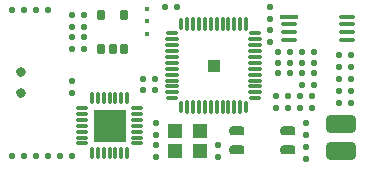
<source format=gtp>
G04*
G04 #@! TF.GenerationSoftware,Altium Limited,Altium Designer,21.6.4 (81)*
G04*
G04 Layer_Color=8421504*
%FSLAX24Y24*%
%MOIN*%
G70*
G04*
G04 #@! TF.SameCoordinates,18F95803-63CF-49D0-9880-B3B199DA49BA*
G04*
G04*
G04 #@! TF.FilePolarity,Positive*
G04*
G01*
G75*
%ADD19O,0.0450X0.0140*%
%ADD20O,0.0480X0.0140*%
G04:AMPARAMS|DCode=21|XSize=14mil|YSize=45mil|CornerRadius=0mil|HoleSize=0mil|Usage=FLASHONLY|Rotation=180.000|XOffset=0mil|YOffset=0mil|HoleType=Round|Shape=Octagon|*
%AMOCTAGOND21*
4,1,8,0.0035,-0.0225,-0.0035,-0.0225,-0.0070,-0.0190,-0.0070,0.0190,-0.0035,0.0225,0.0035,0.0225,0.0070,0.0190,0.0070,-0.0190,0.0035,-0.0225,0.0*
%
%ADD21OCTAGOND21*%

%ADD22O,0.0140X0.0480*%
%ADD23O,0.0140X0.0450*%
%ADD24R,0.0394X0.0394*%
G04:AMPARAMS|DCode=25|XSize=32mil|YSize=32mil|CornerRadius=16mil|HoleSize=0mil|Usage=FLASHONLY|Rotation=60.000|XOffset=0mil|YOffset=0mil|HoleType=Round|Shape=RoundedRectangle|*
%AMROUNDEDRECTD25*
21,1,0.0320,0.0000,0,0,60.0*
21,1,0.0000,0.0320,0,0,60.0*
1,1,0.0320,0.0000,0.0000*
1,1,0.0320,0.0000,0.0000*
1,1,0.0320,0.0000,0.0000*
1,1,0.0320,0.0000,0.0000*
%
%ADD25ROUNDEDRECTD25*%
G04:AMPARAMS|DCode=26|XSize=16mil|YSize=16mil|CornerRadius=8mil|HoleSize=0mil|Usage=FLASHONLY|Rotation=180.000|XOffset=0mil|YOffset=0mil|HoleType=Round|Shape=RoundedRectangle|*
%AMROUNDEDRECTD26*
21,1,0.0160,0.0000,0,0,180.0*
21,1,0.0000,0.0160,0,0,180.0*
1,1,0.0160,0.0000,0.0000*
1,1,0.0160,0.0000,0.0000*
1,1,0.0160,0.0000,0.0000*
1,1,0.0160,0.0000,0.0000*
%
%ADD26ROUNDEDRECTD26*%
%ADD27R,0.0512X0.0472*%
G04:AMPARAMS|DCode=28|XSize=20mil|YSize=20mil|CornerRadius=5mil|HoleSize=0mil|Usage=FLASHONLY|Rotation=180.000|XOffset=0mil|YOffset=0mil|HoleType=Round|Shape=RoundedRectangle|*
%AMROUNDEDRECTD28*
21,1,0.0200,0.0100,0,0,180.0*
21,1,0.0100,0.0200,0,0,180.0*
1,1,0.0100,-0.0050,0.0050*
1,1,0.0100,0.0050,0.0050*
1,1,0.0100,0.0050,-0.0050*
1,1,0.0100,-0.0050,-0.0050*
%
%ADD28ROUNDEDRECTD28*%
G04:AMPARAMS|DCode=29|XSize=20mil|YSize=20mil|CornerRadius=5mil|HoleSize=0mil|Usage=FLASHONLY|Rotation=270.000|XOffset=0mil|YOffset=0mil|HoleType=Round|Shape=RoundedRectangle|*
%AMROUNDEDRECTD29*
21,1,0.0200,0.0100,0,0,270.0*
21,1,0.0100,0.0200,0,0,270.0*
1,1,0.0100,-0.0050,-0.0050*
1,1,0.0100,-0.0050,0.0050*
1,1,0.0100,0.0050,0.0050*
1,1,0.0100,0.0050,-0.0050*
%
%ADD29ROUNDEDRECTD29*%
G04:AMPARAMS|DCode=30|XSize=50mil|YSize=30mil|CornerRadius=7.5mil|HoleSize=0mil|Usage=FLASHONLY|Rotation=180.000|XOffset=0mil|YOffset=0mil|HoleType=Round|Shape=RoundedRectangle|*
%AMROUNDEDRECTD30*
21,1,0.0500,0.0150,0,0,180.0*
21,1,0.0350,0.0300,0,0,180.0*
1,1,0.0150,-0.0175,0.0075*
1,1,0.0150,0.0175,0.0075*
1,1,0.0150,0.0175,-0.0075*
1,1,0.0150,-0.0175,-0.0075*
%
%ADD30ROUNDEDRECTD30*%
%ADD31O,0.0591X0.0138*%
%ADD32R,0.0591X0.0138*%
%ADD33R,0.1063X0.1102*%
G04:AMPARAMS|DCode=34|XSize=12mil|YSize=38mil|CornerRadius=3mil|HoleSize=0mil|Usage=FLASHONLY|Rotation=180.000|XOffset=0mil|YOffset=0mil|HoleType=Round|Shape=RoundedRectangle|*
%AMROUNDEDRECTD34*
21,1,0.0120,0.0320,0,0,180.0*
21,1,0.0060,0.0380,0,0,180.0*
1,1,0.0060,-0.0030,0.0160*
1,1,0.0060,0.0030,0.0160*
1,1,0.0060,0.0030,-0.0160*
1,1,0.0060,-0.0030,-0.0160*
%
%ADD34ROUNDEDRECTD34*%
G04:AMPARAMS|DCode=35|XSize=12mil|YSize=38mil|CornerRadius=3mil|HoleSize=0mil|Usage=FLASHONLY|Rotation=270.000|XOffset=0mil|YOffset=0mil|HoleType=Round|Shape=RoundedRectangle|*
%AMROUNDEDRECTD35*
21,1,0.0120,0.0320,0,0,270.0*
21,1,0.0060,0.0380,0,0,270.0*
1,1,0.0060,-0.0160,-0.0030*
1,1,0.0060,-0.0160,0.0030*
1,1,0.0060,0.0160,0.0030*
1,1,0.0060,0.0160,-0.0030*
%
%ADD35ROUNDEDRECTD35*%
G04:AMPARAMS|DCode=36|XSize=60mil|YSize=100mil|CornerRadius=15mil|HoleSize=0mil|Usage=FLASHONLY|Rotation=90.000|XOffset=0mil|YOffset=0mil|HoleType=Round|Shape=RoundedRectangle|*
%AMROUNDEDRECTD36*
21,1,0.0600,0.0700,0,0,90.0*
21,1,0.0300,0.1000,0,0,90.0*
1,1,0.0300,0.0350,0.0150*
1,1,0.0300,0.0350,-0.0150*
1,1,0.0300,-0.0350,-0.0150*
1,1,0.0300,-0.0350,0.0150*
%
%ADD36ROUNDEDRECTD36*%
G04:AMPARAMS|DCode=37|XSize=23.6mil|YSize=35mil|CornerRadius=5.9mil|HoleSize=0mil|Usage=FLASHONLY|Rotation=180.000|XOffset=0mil|YOffset=0mil|HoleType=Round|Shape=RoundedRectangle|*
%AMROUNDEDRECTD37*
21,1,0.0236,0.0232,0,0,180.0*
21,1,0.0118,0.0350,0,0,180.0*
1,1,0.0118,-0.0059,0.0116*
1,1,0.0118,0.0059,0.0116*
1,1,0.0118,0.0059,-0.0116*
1,1,0.0118,-0.0059,-0.0116*
%
%ADD37ROUNDEDRECTD37*%
D19*
X16094Y14383D02*
D03*
Y12217D02*
D03*
X18850D02*
D03*
Y14383D02*
D03*
D20*
X16094Y14186D02*
D03*
Y13989D02*
D03*
Y13792D02*
D03*
Y13595D02*
D03*
Y13398D02*
D03*
Y13202D02*
D03*
Y13005D02*
D03*
Y12808D02*
D03*
Y12611D02*
D03*
Y12414D02*
D03*
X18850D02*
D03*
Y12611D02*
D03*
Y12808D02*
D03*
Y13005D02*
D03*
Y13202D02*
D03*
Y13398D02*
D03*
Y13595D02*
D03*
Y13792D02*
D03*
Y13989D02*
D03*
Y14186D02*
D03*
D21*
X18555Y14678D02*
D03*
D22*
X18358D02*
D03*
X18161D02*
D03*
X17964D02*
D03*
X17767D02*
D03*
X17570D02*
D03*
X17374D02*
D03*
X17177D02*
D03*
X16980D02*
D03*
X16783D02*
D03*
X16586D02*
D03*
X18358Y11922D02*
D03*
X18161D02*
D03*
X17964D02*
D03*
X17767D02*
D03*
X17570D02*
D03*
X17374D02*
D03*
X17177D02*
D03*
X16980D02*
D03*
X16783D02*
D03*
X16586D02*
D03*
D23*
X16389Y14678D02*
D03*
X18555Y11922D02*
D03*
X16389D02*
D03*
D24*
X17472Y13300D02*
D03*
D25*
X11050Y12400D02*
D03*
Y13100D02*
D03*
D26*
X15250Y15200D02*
D03*
Y14800D02*
D03*
Y14350D02*
D03*
D27*
X16187Y11135D02*
D03*
X17013D02*
D03*
Y10465D02*
D03*
X16187D02*
D03*
D28*
X17600Y10650D02*
D03*
Y10250D02*
D03*
X15550D02*
D03*
Y10650D02*
D03*
X19950Y11900D02*
D03*
Y12300D02*
D03*
X19550Y11900D02*
D03*
Y12300D02*
D03*
X20550Y11000D02*
D03*
Y11400D02*
D03*
Y10200D02*
D03*
Y10600D02*
D03*
X20750Y12300D02*
D03*
Y11900D02*
D03*
X20350Y12300D02*
D03*
Y11900D02*
D03*
X15550Y11400D02*
D03*
Y11000D02*
D03*
X19350Y14850D02*
D03*
Y15250D02*
D03*
X21650Y13650D02*
D03*
Y13250D02*
D03*
X22050Y13650D02*
D03*
Y13250D02*
D03*
X19350Y14100D02*
D03*
Y14500D02*
D03*
X12750Y14600D02*
D03*
Y15000D02*
D03*
X13150Y14600D02*
D03*
Y15000D02*
D03*
Y13850D02*
D03*
Y14250D02*
D03*
X12750Y12400D02*
D03*
Y12800D02*
D03*
Y14250D02*
D03*
Y13850D02*
D03*
D29*
X19600Y13750D02*
D03*
X20000D02*
D03*
X16250Y15250D02*
D03*
X15850D02*
D03*
X20000Y13050D02*
D03*
X19600D02*
D03*
X20400Y12650D02*
D03*
X20800D02*
D03*
X20000Y13400D02*
D03*
X19600D02*
D03*
X20400D02*
D03*
X20800D02*
D03*
X20400Y13050D02*
D03*
X20800D02*
D03*
X15100Y12850D02*
D03*
X15500D02*
D03*
X15100Y12500D02*
D03*
X15500D02*
D03*
X20400Y13750D02*
D03*
X20800D02*
D03*
X21650Y12850D02*
D03*
X22050D02*
D03*
X21650Y12450D02*
D03*
X22050D02*
D03*
X12750Y10300D02*
D03*
X12350D02*
D03*
X22050Y12050D02*
D03*
X21650D02*
D03*
X10750Y10300D02*
D03*
X11150D02*
D03*
X11550D02*
D03*
X11950D02*
D03*
X10750Y15150D02*
D03*
X11150D02*
D03*
X11550D02*
D03*
X11950D02*
D03*
D30*
X18250Y10480D02*
D03*
X19950D02*
D03*
X18250Y11120D02*
D03*
X19950D02*
D03*
D31*
X19985Y14422D02*
D03*
X21915Y14934D02*
D03*
Y14678D02*
D03*
Y14422D02*
D03*
Y14166D02*
D03*
X19985D02*
D03*
Y14678D02*
D03*
D32*
Y14934D02*
D03*
D33*
X14000Y11300D02*
D03*
D34*
X13409Y12215D02*
D03*
X13606D02*
D03*
X13803D02*
D03*
X14000D02*
D03*
X14197D02*
D03*
X14394D02*
D03*
X14591D02*
D03*
Y10385D02*
D03*
X14394D02*
D03*
X14197D02*
D03*
X14000D02*
D03*
X13803D02*
D03*
X13606D02*
D03*
X13409D02*
D03*
D35*
X14915Y11891D02*
D03*
Y11694D02*
D03*
Y11497D02*
D03*
Y11300D02*
D03*
Y11103D02*
D03*
Y10906D02*
D03*
Y10709D02*
D03*
X13085D02*
D03*
Y10906D02*
D03*
Y11103D02*
D03*
Y11300D02*
D03*
Y11497D02*
D03*
Y11694D02*
D03*
Y11891D02*
D03*
D36*
X21700Y11350D02*
D03*
Y10450D02*
D03*
D37*
X14474Y14999D02*
D03*
X13726D02*
D03*
Y13859D02*
D03*
X14100D02*
D03*
X14474D02*
D03*
M02*

</source>
